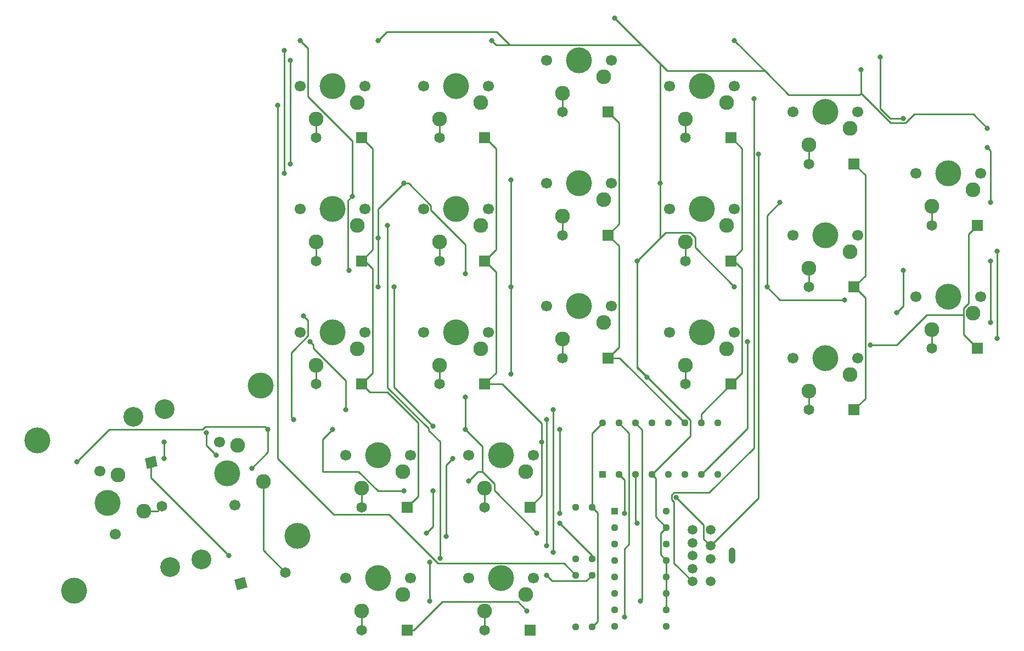
<source format=gbr>
%TF.GenerationSoftware,KiCad,Pcbnew,(5.1.10)-1*%
%TF.CreationDate,2021-08-19T22:55:08-05:00*%
%TF.ProjectId,RightHand,52696768-7448-4616-9e64-2e6b69636164,rev?*%
%TF.SameCoordinates,Original*%
%TF.FileFunction,Copper,L1,Top*%
%TF.FilePolarity,Positive*%
%FSLAX46Y46*%
G04 Gerber Fmt 4.6, Leading zero omitted, Abs format (unit mm)*
G04 Created by KiCad (PCBNEW (5.1.10)-1) date 2021-08-19 22:55:08*
%MOMM*%
%LPD*%
G01*
G04 APERTURE LIST*
%TA.AperFunction,ComponentPad*%
%ADD10C,1.130000*%
%TD*%
%TA.AperFunction,ComponentPad*%
%ADD11R,1.130000X1.130000*%
%TD*%
%TA.AperFunction,ComponentPad*%
%ADD12C,1.500000*%
%TD*%
%TA.AperFunction,ComponentPad*%
%ADD13O,1.000000X2.500000*%
%TD*%
%TA.AperFunction,ComponentPad*%
%ADD14C,4.000000*%
%TD*%
%TA.AperFunction,ComponentPad*%
%ADD15C,1.700000*%
%TD*%
%TA.AperFunction,ComponentPad*%
%ADD16C,2.286000*%
%TD*%
%TA.AperFunction,ComponentPad*%
%ADD17C,1.651000*%
%TD*%
%TA.AperFunction,ComponentPad*%
%ADD18R,1.651000X1.651000*%
%TD*%
%TA.AperFunction,ComponentPad*%
%ADD19C,3.050000*%
%TD*%
%TA.AperFunction,ComponentPad*%
%ADD20C,0.100000*%
%TD*%
%TA.AperFunction,ViaPad*%
%ADD21C,0.800000*%
%TD*%
%TA.AperFunction,Conductor*%
%ADD22C,0.250000*%
%TD*%
G04 APERTURE END LIST*
D10*
%TO.P,UREG1,16*%
%TO.N,VCC*%
X151470000Y-79110000D03*
%TO.P,UREG1,15*%
%TO.N,GND*%
X151470000Y-81650000D03*
%TO.P,UREG1,14*%
%TO.N,VCC*%
X151470000Y-84190000D03*
%TO.P,UREG1,13*%
%TO.N,GND*%
X151470000Y-86730000D03*
%TO.P,UREG1,12*%
X151470000Y-89270000D03*
%TO.P,UREG1,11*%
X151470000Y-91810000D03*
%TO.P,UREG1,10*%
X151470000Y-94350000D03*
%TO.P,UREG1,9*%
%TO.N,RX*%
X151470000Y-96890000D03*
%TO.P,UREG1,8*%
%TO.N,GND*%
X143530000Y-96890000D03*
%TO.P,UREG1,7*%
%TO.N,Net-(UREG1-Pad7)*%
X143530000Y-94350000D03*
%TO.P,UREG1,6*%
%TO.N,C0*%
X143530000Y-91810000D03*
%TO.P,UREG1,5*%
%TO.N,C1*%
X143530000Y-89270000D03*
%TO.P,UREG1,4*%
%TO.N,C2*%
X143530000Y-86730000D03*
%TO.P,UREG1,3*%
%TO.N,C3*%
X143530000Y-84190000D03*
%TO.P,UREG1,2*%
%TO.N,CLK_C*%
X143530000Y-81650000D03*
D11*
%TO.P,UREG1,1*%
%TO.N,SH_LD*%
X143530000Y-79110000D03*
%TD*%
D10*
%TO.P,UDEMUX1,16*%
%TO.N,VCC*%
X141610000Y-65530000D03*
%TO.P,UDEMUX1,15*%
%TO.N,R0*%
X144150000Y-65530000D03*
%TO.P,UDEMUX1,14*%
%TO.N,R1*%
X146690000Y-65530000D03*
%TO.P,UDEMUX1,13*%
%TO.N,R2*%
X149230000Y-65530000D03*
%TO.P,UDEMUX1,12*%
%TO.N,R3*%
X151770000Y-65530000D03*
%TO.P,UDEMUX1,11*%
%TO.N,R4*%
X154310000Y-65530000D03*
%TO.P,UDEMUX1,10*%
%TO.N,R5*%
X156850000Y-65530000D03*
%TO.P,UDEMUX1,9*%
%TO.N,R6*%
X159390000Y-65530000D03*
%TO.P,UDEMUX1,8*%
%TO.N,GND*%
X159390000Y-73470000D03*
%TO.P,UDEMUX1,7*%
%TO.N,R7*%
X156850000Y-73470000D03*
%TO.P,UDEMUX1,6*%
%TO.N,VCC*%
X154310000Y-73470000D03*
%TO.P,UDEMUX1,5*%
%TO.N,GND*%
X151770000Y-73470000D03*
%TO.P,UDEMUX1,4*%
X149230000Y-73470000D03*
%TO.P,UDEMUX1,3*%
%TO.N,S2*%
X146690000Y-73470000D03*
%TO.P,UDEMUX1,2*%
%TO.N,S1*%
X144150000Y-73470000D03*
D11*
%TO.P,UDEMUX1,1*%
%TO.N,S0_DL*%
X141610000Y-73470000D03*
%TD*%
D12*
%TO.P,UD9,7*%
%TO.N,S1*%
X155500000Y-82000000D03*
%TO.P,UD9,4*%
%TO.N,S2*%
X155500000Y-84000000D03*
%TO.P,UD9,5*%
%TO.N,SH_LD*%
X155500000Y-86000000D03*
%TO.P,UD9,8*%
%TO.N,CLK_C*%
X155500000Y-88000000D03*
%TO.P,UD9,9*%
%TO.N,CLK_L*%
X155500000Y-90000000D03*
%TO.P,UD9,6*%
%TO.N,GND*%
X158300000Y-90000000D03*
%TO.P,UD9,3*%
%TO.N,VCC*%
X158300000Y-82000000D03*
%TO.P,UD9,1*%
%TO.N,S0_DL*%
X158300000Y-84500000D03*
%TO.P,UD9,2*%
%TO.N,RX*%
X158300000Y-86500000D03*
D13*
%TO.P,UD9,HOLE*%
%TO.N,N/C*%
X161650000Y-86000000D03*
%TD*%
D10*
%TO.P,R3,2*%
%TO.N,VCC*%
X137500000Y-78500000D03*
%TO.P,R3,1*%
%TO.N,C3*%
X137500000Y-86500000D03*
%TD*%
%TO.P,R2,2*%
%TO.N,VCC*%
X140000000Y-78500000D03*
%TO.P,R2,1*%
%TO.N,C2*%
X140000000Y-86500000D03*
%TD*%
%TO.P,R1,2*%
%TO.N,VCC*%
X140000000Y-97000000D03*
%TO.P,R1,1*%
%TO.N,C1*%
X140000000Y-89000000D03*
%TD*%
%TO.P,R0,2*%
%TO.N,C0*%
X137500000Y-89000000D03*
%TO.P,R0,1*%
%TO.N,VCC*%
X137500000Y-97000000D03*
%TD*%
D14*
%TO.P,KY1,HOLE*%
%TO.N,N/C*%
X100000000Y-13500000D03*
D15*
%TO.P,KY1,POST*%
X95000000Y-13500000D03*
X105000000Y-13500000D03*
D16*
%TO.P,KY1,1*%
%TO.N,C0*%
X103810000Y-16040000D03*
%TO.P,KY1,2*%
%TO.N,Net-(KY1-Pad2)*%
X97460000Y-18580000D03*
D17*
%TO.P,KY1,3*%
X97460000Y-21500000D03*
D18*
%TO.P,KY1,4*%
%TO.N,R2*%
X104460000Y-21500000D03*
%TD*%
D14*
%TO.P,KU1,HOLE*%
%TO.N,N/C*%
X119000000Y-13500000D03*
D15*
%TO.P,KU1,POST*%
X114000000Y-13500000D03*
X124000000Y-13500000D03*
D16*
%TO.P,KU1,1*%
%TO.N,C0*%
X122810000Y-16040000D03*
%TO.P,KU1,2*%
%TO.N,Net-(KU1-Pad2)*%
X116460000Y-18580000D03*
D17*
%TO.P,KU1,3*%
X116460000Y-21500000D03*
D18*
%TO.P,KU1,4*%
%TO.N,R3*%
X123460000Y-21500000D03*
%TD*%
D14*
%TO.P,KTG_D1,HOLE*%
%TO.N,N/C*%
X126000000Y-89500000D03*
D15*
%TO.P,KTG_D1,POST*%
X121000000Y-89500000D03*
X131000000Y-89500000D03*
D16*
%TO.P,KTG_D1,1*%
%TO.N,C3*%
X129810000Y-92040000D03*
%TO.P,KTG_D1,2*%
%TO.N,Net-(KTG_D1-Pad2)*%
X123460000Y-94580000D03*
D17*
%TO.P,KTG_D1,3*%
X123460000Y-97500000D03*
D18*
%TO.P,KTG_D1,4*%
%TO.N,R0*%
X130460000Y-97500000D03*
%TD*%
D14*
%TO.P,KTG_C1,HOLE*%
%TO.N,N/C*%
X107000000Y-89500000D03*
D15*
%TO.P,KTG_C1,POST*%
X102000000Y-89500000D03*
X112000000Y-89500000D03*
D16*
%TO.P,KTG_C1,1*%
%TO.N,C3*%
X110810000Y-92040000D03*
%TO.P,KTG_C1,2*%
%TO.N,Net-(KTG_C1-Pad2)*%
X104460000Y-94580000D03*
D17*
%TO.P,KTG_C1,3*%
X104460000Y-97500000D03*
D18*
%TO.P,KTG_C1,4*%
%TO.N,R1*%
X111460000Y-97500000D03*
%TD*%
D14*
%TO.P,KTG_B1,HOLE*%
%TO.N,N/C*%
X126000000Y-70500000D03*
D15*
%TO.P,KTG_B1,POST*%
X121000000Y-70500000D03*
X131000000Y-70500000D03*
D16*
%TO.P,KTG_B1,1*%
%TO.N,C3*%
X129810000Y-73040000D03*
%TO.P,KTG_B1,2*%
%TO.N,Net-(KTG_B1-Pad2)*%
X123460000Y-75580000D03*
D17*
%TO.P,KTG_B1,3*%
X123460000Y-78500000D03*
D18*
%TO.P,KTG_B1,4*%
%TO.N,R3*%
X130460000Y-78500000D03*
%TD*%
D14*
%TO.P,KTG_A1,HOLE*%
%TO.N,N/C*%
X107000000Y-70500000D03*
D15*
%TO.P,KTG_A1,POST*%
X102000000Y-70500000D03*
X112000000Y-70500000D03*
D16*
%TO.P,KTG_A1,1*%
%TO.N,C3*%
X110810000Y-73040000D03*
%TO.P,KTG_A1,2*%
%TO.N,Net-(KTG_A1-Pad2)*%
X104460000Y-75580000D03*
D17*
%TO.P,KTG_A1,3*%
X104460000Y-78500000D03*
D18*
%TO.P,KTG_A1,4*%
%TO.N,R2*%
X111460000Y-78500000D03*
%TD*%
D14*
%TO.P,KSEMICOLON1,HOLE*%
%TO.N,N/C*%
X176000000Y-36500000D03*
D15*
%TO.P,KSEMICOLON1,POST*%
X171000000Y-36500000D03*
X181000000Y-36500000D03*
D16*
%TO.P,KSEMICOLON1,1*%
%TO.N,C1*%
X179810000Y-39040000D03*
%TO.P,KSEMICOLON1,2*%
%TO.N,Net-(KSEMICOLON1-Pad2)*%
X173460000Y-41580000D03*
D17*
%TO.P,KSEMICOLON1,3*%
X173460000Y-44500000D03*
D18*
%TO.P,KSEMICOLON1,4*%
%TO.N,R6*%
X180460000Y-44500000D03*
%TD*%
D14*
%TO.P,KPERIOD1,HOLE*%
%TO.N,N/C*%
X157000000Y-51500000D03*
D15*
%TO.P,KPERIOD1,POST*%
X152000000Y-51500000D03*
X162000000Y-51500000D03*
D16*
%TO.P,KPERIOD1,1*%
%TO.N,C2*%
X160810000Y-54040000D03*
%TO.P,KPERIOD1,2*%
%TO.N,Net-(KPERIOD1-Pad2)*%
X154460000Y-56580000D03*
D17*
%TO.P,KPERIOD1,3*%
X154460000Y-59500000D03*
D18*
%TO.P,KPERIOD1,4*%
%TO.N,R5*%
X161460000Y-59500000D03*
%TD*%
D14*
%TO.P,KP1,HOLE*%
%TO.N,N/C*%
X176000000Y-17500000D03*
D15*
%TO.P,KP1,POST*%
X171000000Y-17500000D03*
X181000000Y-17500000D03*
D16*
%TO.P,KP1,1*%
%TO.N,C0*%
X179810000Y-20040000D03*
%TO.P,KP1,2*%
%TO.N,Net-(KP1-Pad2)*%
X173460000Y-22580000D03*
D17*
%TO.P,KP1,3*%
X173460000Y-25500000D03*
D18*
%TO.P,KP1,4*%
%TO.N,R6*%
X180460000Y-25500000D03*
%TD*%
D14*
%TO.P,KO1,HOLE*%
%TO.N,N/C*%
X157000000Y-13500000D03*
D15*
%TO.P,KO1,POST*%
X152000000Y-13500000D03*
X162000000Y-13500000D03*
D16*
%TO.P,KO1,1*%
%TO.N,C0*%
X160810000Y-16040000D03*
%TO.P,KO1,2*%
%TO.N,Net-(KO1-Pad2)*%
X154460000Y-18580000D03*
D17*
%TO.P,KO1,3*%
X154460000Y-21500000D03*
D18*
%TO.P,KO1,4*%
%TO.N,R5*%
X161460000Y-21500000D03*
%TD*%
D14*
%TO.P,KN1,HOLE*%
%TO.N,N/C*%
X100000000Y-51500000D03*
D15*
%TO.P,KN1,POST*%
X95000000Y-51500000D03*
X105000000Y-51500000D03*
D16*
%TO.P,KN1,1*%
%TO.N,C2*%
X103810000Y-54040000D03*
%TO.P,KN1,2*%
%TO.N,Net-(KN1-Pad2)*%
X97460000Y-56580000D03*
D17*
%TO.P,KN1,3*%
X97460000Y-59500000D03*
D18*
%TO.P,KN1,4*%
%TO.N,R2*%
X104460000Y-59500000D03*
%TD*%
D14*
%TO.P,KM1,HOLE*%
%TO.N,N/C*%
X119000000Y-51500000D03*
D15*
%TO.P,KM1,POST*%
X114000000Y-51500000D03*
X124000000Y-51500000D03*
D16*
%TO.P,KM1,1*%
%TO.N,C2*%
X122810000Y-54040000D03*
%TO.P,KM1,2*%
%TO.N,Net-(KM1-Pad2)*%
X116460000Y-56580000D03*
D17*
%TO.P,KM1,3*%
X116460000Y-59500000D03*
D18*
%TO.P,KM1,4*%
%TO.N,R3*%
X123460000Y-59500000D03*
%TD*%
D14*
%TO.P,KL1,HOLE*%
%TO.N,N/C*%
X157000000Y-32500000D03*
D15*
%TO.P,KL1,POST*%
X152000000Y-32500000D03*
X162000000Y-32500000D03*
D16*
%TO.P,KL1,1*%
%TO.N,C1*%
X160810000Y-35040000D03*
%TO.P,KL1,2*%
%TO.N,Net-(KL1-Pad2)*%
X154460000Y-37580000D03*
D17*
%TO.P,KL1,3*%
X154460000Y-40500000D03*
D18*
%TO.P,KL1,4*%
%TO.N,R5*%
X161460000Y-40500000D03*
%TD*%
D14*
%TO.P,KK1,HOLE*%
%TO.N,N/C*%
X138000000Y-28500000D03*
D15*
%TO.P,KK1,POST*%
X133000000Y-28500000D03*
X143000000Y-28500000D03*
D16*
%TO.P,KK1,1*%
%TO.N,C1*%
X141810000Y-31040000D03*
%TO.P,KK1,2*%
%TO.N,Net-(KK1-Pad2)*%
X135460000Y-33580000D03*
D17*
%TO.P,KK1,3*%
X135460000Y-36500000D03*
D18*
%TO.P,KK1,4*%
%TO.N,R4*%
X142460000Y-36500000D03*
%TD*%
D14*
%TO.P,KJ1,HOLE*%
%TO.N,N/C*%
X119000000Y-32500000D03*
D15*
%TO.P,KJ1,POST*%
X114000000Y-32500000D03*
X124000000Y-32500000D03*
D16*
%TO.P,KJ1,1*%
%TO.N,C1*%
X122810000Y-35040000D03*
%TO.P,KJ1,2*%
%TO.N,Net-(KJ1-Pad2)*%
X116460000Y-37580000D03*
D17*
%TO.P,KJ1,3*%
X116460000Y-40500000D03*
D18*
%TO.P,KJ1,4*%
%TO.N,R3*%
X123460000Y-40500000D03*
%TD*%
D14*
%TO.P,KI1,HOLE*%
%TO.N,N/C*%
X138000000Y-9500000D03*
D15*
%TO.P,KI1,POST*%
X133000000Y-9500000D03*
X143000000Y-9500000D03*
D16*
%TO.P,KI1,1*%
%TO.N,C0*%
X141810000Y-12040000D03*
%TO.P,KI1,2*%
%TO.N,Net-(KI1-Pad2)*%
X135460000Y-14580000D03*
D17*
%TO.P,KI1,3*%
X135460000Y-17500000D03*
D18*
%TO.P,KI1,4*%
%TO.N,R4*%
X142460000Y-17500000D03*
%TD*%
D14*
%TO.P,KH1,HOLE*%
%TO.N,N/C*%
X100000000Y-32500000D03*
D15*
%TO.P,KH1,POST*%
X95000000Y-32500000D03*
X105000000Y-32500000D03*
D16*
%TO.P,KH1,1*%
%TO.N,C1*%
X103810000Y-35040000D03*
%TO.P,KH1,2*%
%TO.N,Net-(KH1-Pad2)*%
X97460000Y-37580000D03*
D17*
%TO.P,KH1,3*%
X97460000Y-40500000D03*
D18*
%TO.P,KH1,4*%
%TO.N,R2*%
X104460000Y-40500000D03*
%TD*%
D14*
%TO.P,KFSLASH1,HOLE*%
%TO.N,N/C*%
X176000000Y-55500000D03*
D15*
%TO.P,KFSLASH1,POST*%
X171000000Y-55500000D03*
X181000000Y-55500000D03*
D16*
%TO.P,KFSLASH1,1*%
%TO.N,C2*%
X179810000Y-58040000D03*
%TO.P,KFSLASH1,2*%
%TO.N,Net-(KFSLASH1-Pad2)*%
X173460000Y-60580000D03*
D17*
%TO.P,KFSLASH1,3*%
X173460000Y-63500000D03*
D18*
%TO.P,KFSLASH1,4*%
%TO.N,R6*%
X180460000Y-63500000D03*
%TD*%
D14*
%TO.P,KENTER1,HOLE*%
%TO.N,N/C*%
X195000000Y-46000000D03*
D15*
%TO.P,KENTER1,POST*%
X190000000Y-46000000D03*
X200000000Y-46000000D03*
D16*
%TO.P,KENTER1,1*%
%TO.N,C1*%
X198810000Y-48540000D03*
%TO.P,KENTER1,2*%
%TO.N,Net-(KENTER1-Pad2)*%
X192460000Y-51080000D03*
D17*
%TO.P,KENTER1,3*%
X192460000Y-54000000D03*
D18*
%TO.P,KENTER1,4*%
%TO.N,R7*%
X199460000Y-54000000D03*
%TD*%
D14*
%TO.P,KCOMMA1,HOLE*%
%TO.N,N/C*%
X138000000Y-47500000D03*
D15*
%TO.P,KCOMMA1,POST*%
X133000000Y-47500000D03*
X143000000Y-47500000D03*
D16*
%TO.P,KCOMMA1,1*%
%TO.N,C2*%
X141810000Y-50040000D03*
%TO.P,KCOMMA1,2*%
%TO.N,Net-(KCOMMA1-Pad2)*%
X135460000Y-52580000D03*
D17*
%TO.P,KCOMMA1,3*%
X135460000Y-55500000D03*
D18*
%TO.P,KCOMMA1,4*%
%TO.N,R4*%
X142460000Y-55500000D03*
%TD*%
D14*
%TO.P,KBACKSPACE1,HOLE*%
%TO.N,N/C*%
X195000000Y-27000000D03*
D15*
%TO.P,KBACKSPACE1,POST*%
X190000000Y-27000000D03*
X200000000Y-27000000D03*
D16*
%TO.P,KBACKSPACE1,1*%
%TO.N,C0*%
X198810000Y-29540000D03*
%TO.P,KBACKSPACE1,2*%
%TO.N,Net-(KBACKSPACE1-Pad2)*%
X192460000Y-32080000D03*
D17*
%TO.P,KBACKSPACE1,3*%
X192460000Y-35000000D03*
D18*
%TO.P,KBACKSPACE1,4*%
%TO.N,R7*%
X199460000Y-35000000D03*
%TD*%
D14*
%TO.P,KT2_1,HOLE*%
%TO.N,N/C*%
X88896257Y-59753541D03*
X94592436Y-82944228D03*
D19*
X79792350Y-86579478D03*
X74096171Y-63388791D03*
D14*
X83742200Y-73314400D03*
D15*
%TO.P,KT2_1,POST*%
X84934867Y-78170071D03*
X82549533Y-68458729D03*
D16*
%TO.P,KT2_1,1*%
%TO.N,C2*%
X85300069Y-69008503D03*
%TO.P,KT2_1,2*%
%TO.N,Net-(KT2_1-Pad2)*%
X89281437Y-74569331D03*
D17*
%TO.P,KT2_1,3*%
X92730631Y-88611933D03*
%TA.AperFunction,ComponentPad*%
D20*
%TO.P,KT2_1,4*%
%TO.N,R1*%
G36*
X86853581Y-90905512D02*
G01*
X85250238Y-91299331D01*
X84856419Y-89695988D01*
X86459762Y-89302169D01*
X86853581Y-90905512D01*
G37*
%TD.AperFunction*%
%TD*%
D19*
%TO.P,KT2_2,HOLE*%
%TO.N,N/C*%
X74936629Y-87772009D03*
X69240450Y-64581322D03*
D14*
X60136543Y-91407259D03*
X54440364Y-68216572D03*
X65290600Y-77846400D03*
D15*
%TO.P,KT2_2,POST*%
X66483267Y-82702071D03*
X64097933Y-72990729D03*
D16*
%TO.P,KT2_2,1*%
%TO.N,C2*%
X66848469Y-73540503D03*
%TO.P,KT2_2,2*%
%TO.N,Net-(KT2_2-Pad2)*%
X70829837Y-79101331D03*
D17*
%TO.P,KT2_2,3*%
X73665549Y-78404813D03*
%TA.AperFunction,ComponentPad*%
D20*
%TO.P,KT2_2,4*%
%TO.N,R0*%
G36*
X72994396Y-72211635D02*
G01*
X71391053Y-72605454D01*
X70997234Y-71002111D01*
X72600577Y-70608292D01*
X72994396Y-72211635D01*
G37*
%TD.AperFunction*%
%TD*%
D21*
%TO.N,C0*%
X91500000Y-16500000D03*
%TO.N,R7*%
X183000000Y-53500000D03*
X164000000Y-53000000D03*
%TO.N,VCC*%
X184500000Y-9000000D03*
X188000000Y-18500000D03*
X80500000Y-67000000D03*
X82000000Y-70500000D03*
X118500000Y-71000000D03*
X117500000Y-83000000D03*
X103000000Y-30500000D03*
X102500000Y-42000000D03*
X95000000Y-6500000D03*
X115500000Y-66000000D03*
X109500000Y-44500000D03*
%TO.N,GND*%
X201000000Y-20000000D03*
X181500000Y-11000000D03*
X162000000Y-6500000D03*
X143500000Y-3000000D03*
X124500000Y-6500000D03*
X107000000Y-6500000D03*
X150500000Y-28500000D03*
X147000000Y-40500000D03*
X162000000Y-44500000D03*
X167000000Y-44500000D03*
X169000000Y-31500000D03*
X179000000Y-46500000D03*
X187000000Y-48500000D03*
X188000000Y-42000000D03*
X148500000Y-58500000D03*
X127500000Y-58000000D03*
X127500000Y-44500000D03*
X120500000Y-61500000D03*
X120500000Y-66500000D03*
X120500000Y-42500000D03*
X111000000Y-28500000D03*
X107000000Y-44500000D03*
X107000000Y-37000000D03*
X127500000Y-28000000D03*
X131500000Y-82500000D03*
X114500000Y-82500000D03*
X115500000Y-76000000D03*
X121000000Y-74500000D03*
X111000000Y-76000000D03*
X100000000Y-66500000D03*
X90000000Y-66500000D03*
X87500000Y-72500000D03*
X60500000Y-71500000D03*
%TO.N,CLK_L*%
X165000000Y-15500000D03*
%TO.N,S0_DL*%
X153000000Y-77000000D03*
X201000000Y-23000000D03*
X201500000Y-31500000D03*
X165725000Y-24000000D03*
%TO.N,C2*%
X135000000Y-81000000D03*
%TO.N,C1*%
X133000000Y-89000000D03*
X116549154Y-86449999D03*
X108460000Y-35040000D03*
%TO.N,Net-(KENTER1-Pad6)*%
X201500000Y-50000000D03*
X201500000Y-40500000D03*
%TO.N,Net-(KENTER1-Pad7)*%
X202500000Y-52500000D03*
X202500000Y-39000000D03*
%TO.N,Net-(KH1-Pad10)*%
X93500000Y-9500000D03*
X93500000Y-25500000D03*
%TO.N,Net-(KH1-Pad9)*%
X92500000Y-8000000D03*
X92500000Y-27000000D03*
%TO.N,R2*%
X135000000Y-79500000D03*
X135000000Y-66500000D03*
%TO.N,R3*%
X132275000Y-68500000D03*
%TO.N,Net-(KN1-Pad7)*%
X102000000Y-63500000D03*
X96500000Y-53000000D03*
%TO.N,Net-(KN1-Pad6)*%
X95500000Y-49000000D03*
X94000000Y-65000000D03*
%TO.N,Net-(KT2_1-Pad6)*%
X74000000Y-71000000D03*
X74000000Y-68500000D03*
%TO.N,R1*%
X147500000Y-93000000D03*
X130000000Y-94500000D03*
%TO.N,R0*%
X84000000Y-86000000D03*
X115000000Y-87000000D03*
X115000000Y-93000000D03*
X145000000Y-95500000D03*
%TO.N,Net-(KTG_B1-Pad7)*%
X134000000Y-63500000D03*
X134000000Y-85500000D03*
%TO.N,Net-(KTG_B1-Pad6)*%
X133000000Y-65000000D03*
X133000000Y-84500000D03*
%TO.N,S2*%
X147000000Y-81000000D03*
%TO.N,S1*%
X145000000Y-79500000D03*
%TD*%
D22*
%TO.N,C0*%
X108723503Y-79650501D02*
X100150501Y-79650501D01*
X116248001Y-87174999D02*
X108723503Y-79650501D01*
X135674999Y-87174999D02*
X116248001Y-87174999D01*
X137500000Y-89000000D02*
X135674999Y-87174999D01*
X91500000Y-71000000D02*
X91500000Y-16500000D01*
X100150501Y-79650501D02*
X91500000Y-71000000D01*
%TO.N,Net-(KBACKSPACE1-Pad2)*%
X192460000Y-32080000D02*
X192460000Y-35000000D01*
%TO.N,R7*%
X197341999Y-51881999D02*
X199460000Y-54000000D01*
X198105359Y-47071999D02*
X197341999Y-47835359D01*
X198105359Y-36354641D02*
X198105359Y-47071999D01*
X199460000Y-35000000D02*
X198105359Y-36354641D01*
X187005012Y-53500000D02*
X183000000Y-53500000D01*
X191663013Y-48841999D02*
X187005012Y-53500000D01*
X197341999Y-48841999D02*
X191663013Y-48841999D01*
X197341999Y-47835359D02*
X197341999Y-48841999D01*
X197341999Y-48841999D02*
X197341999Y-51881999D01*
X164000000Y-66320000D02*
X156850000Y-73470000D01*
X164000000Y-53000000D02*
X164000000Y-66320000D01*
%TO.N,VCC*%
X140890001Y-79390001D02*
X140000000Y-78500000D01*
X140890001Y-96109999D02*
X140890001Y-79390001D01*
X140000000Y-97000000D02*
X140890001Y-96109999D01*
X140000000Y-67140000D02*
X141610000Y-65530000D01*
X140000000Y-78500000D02*
X140000000Y-67140000D01*
X186005012Y-18500000D02*
X188000000Y-18500000D01*
X184500000Y-16994988D02*
X186005012Y-18500000D01*
X184500000Y-9000000D02*
X184500000Y-16994988D01*
X80500000Y-69000000D02*
X82000000Y-70500000D01*
X80500000Y-67000000D02*
X80500000Y-69000000D01*
X117500000Y-72000000D02*
X117500000Y-83000000D01*
X118500000Y-71000000D02*
X117500000Y-72000000D01*
X102341999Y-41841999D02*
X102500000Y-42000000D01*
X102341999Y-31158001D02*
X102341999Y-41841999D01*
X103000000Y-30500000D02*
X102341999Y-31158001D01*
X109500000Y-60000000D02*
X109500000Y-44500000D01*
X115500000Y-66000000D02*
X109500000Y-60000000D01*
X103000000Y-21947358D02*
X103000000Y-30500000D01*
X96175001Y-15122359D02*
X103000000Y-21947358D01*
X96175001Y-7675001D02*
X96175001Y-15122359D01*
X95000000Y-6500000D02*
X96175001Y-7675001D01*
%TO.N,GND*%
X151470000Y-86730000D02*
X151470000Y-89270000D01*
X151470000Y-89270000D02*
X151470000Y-91810000D01*
X151470000Y-91810000D02*
X151470000Y-94350000D01*
X151470000Y-81650000D02*
X149820000Y-80000000D01*
X149820000Y-74060000D02*
X149230000Y-73470000D01*
X149820000Y-80000000D02*
X149820000Y-74060000D01*
X181500000Y-14631398D02*
X181500000Y-11000000D01*
X186093603Y-19225001D02*
X181500000Y-14631398D01*
X188348001Y-19225001D02*
X186093603Y-19225001D01*
X189722992Y-17850010D02*
X188348001Y-19225001D01*
X198850010Y-17850010D02*
X189722992Y-17850010D01*
X201000000Y-20000000D02*
X198850010Y-17850010D01*
X181281388Y-14850010D02*
X170350010Y-14850010D01*
X181500000Y-14631398D02*
X181281388Y-14850010D01*
X166674999Y-11174999D02*
X151674999Y-11174999D01*
X167000000Y-11500000D02*
X166674999Y-11174999D01*
X170350010Y-14850010D02*
X167000000Y-11500000D01*
X167000000Y-11500000D02*
X162000000Y-6500000D01*
X125174999Y-7174999D02*
X124500000Y-6500000D01*
X148500000Y-8000000D02*
X147674999Y-7174999D01*
X148500000Y-8000000D02*
X143500000Y-3000000D01*
X108350010Y-5149990D02*
X107000000Y-6500000D01*
X125299992Y-5149990D02*
X108350010Y-5149990D01*
X127325001Y-7174999D02*
X125299992Y-5149990D01*
X147674999Y-7174999D02*
X127325001Y-7174999D01*
X127325001Y-7174999D02*
X125174999Y-7174999D01*
X150500000Y-10000000D02*
X150500000Y-28500000D01*
X151674999Y-11174999D02*
X150500000Y-10000000D01*
X150500000Y-10000000D02*
X148500000Y-8000000D01*
X150500000Y-37000000D02*
X147000000Y-40500000D01*
X150500000Y-28500000D02*
X150500000Y-37000000D01*
X155200001Y-67499999D02*
X149230000Y-73470000D01*
X155200001Y-65102799D02*
X155200001Y-67499999D01*
X147000000Y-56902798D02*
X155200001Y-65102799D01*
X147000000Y-40500000D02*
X147000000Y-56902798D01*
X155928001Y-38428001D02*
X162000000Y-44500000D01*
X155928001Y-36875359D02*
X155928001Y-38428001D01*
X155164641Y-36111999D02*
X155928001Y-36875359D01*
X151388001Y-36111999D02*
X155164641Y-36111999D01*
X150500000Y-37000000D02*
X151388001Y-36111999D01*
X167000000Y-33500000D02*
X169000000Y-31500000D01*
X167000000Y-44500000D02*
X167000000Y-33500000D01*
X169000000Y-46500000D02*
X179000000Y-46500000D01*
X167000000Y-44500000D02*
X169000000Y-46500000D01*
X188000000Y-47500000D02*
X188000000Y-42000000D01*
X187000000Y-48500000D02*
X188000000Y-47500000D01*
X147000000Y-57000000D02*
X148500000Y-58500000D01*
X147000000Y-56902798D02*
X147000000Y-57000000D01*
X127500000Y-58000000D02*
X127500000Y-44500000D01*
X120500000Y-61500000D02*
X120500000Y-66500000D01*
X111739002Y-28500000D02*
X111000000Y-28500000D01*
X115175001Y-32675001D02*
X115175001Y-31935999D01*
X120500000Y-38000000D02*
X115175001Y-32675001D01*
X115175001Y-31935999D02*
X111739002Y-28500000D01*
X120500000Y-42500000D02*
X120500000Y-38000000D01*
X111000000Y-28500000D02*
X107000000Y-32500000D01*
X107000000Y-37000000D02*
X107000000Y-44500000D01*
X107000000Y-32500000D02*
X107000000Y-37000000D01*
X127500000Y-28000000D02*
X127500000Y-44500000D01*
X124928001Y-75928001D02*
X131500000Y-82500000D01*
X124928001Y-74875359D02*
X124928001Y-75928001D01*
X123111999Y-73059357D02*
X124928001Y-74875359D01*
X123111999Y-69111999D02*
X123111999Y-73059357D01*
X120500000Y-66500000D02*
X123111999Y-69111999D01*
X115500000Y-81500000D02*
X115500000Y-76000000D01*
X114500000Y-82500000D02*
X115500000Y-81500000D01*
X122440643Y-73059357D02*
X123111999Y-73059357D01*
X121000000Y-74500000D02*
X122440643Y-73059357D01*
X107000000Y-76000000D02*
X104000000Y-73000000D01*
X111000000Y-76000000D02*
X107000000Y-76000000D01*
X104000000Y-73000000D02*
X102760998Y-73000000D01*
X102760998Y-73000000D02*
X98500000Y-73000000D01*
X98500000Y-68000000D02*
X100000000Y-66500000D01*
X98500000Y-73000000D02*
X98500000Y-68000000D01*
X90000000Y-70000000D02*
X87500000Y-72500000D01*
X90000000Y-66500000D02*
X90000000Y-70000000D01*
X65500000Y-66500000D02*
X60500000Y-71500000D01*
X80326997Y-66100001D02*
X79926998Y-66500000D01*
X79926998Y-66500000D02*
X65500000Y-66500000D01*
X89600001Y-66100001D02*
X80326997Y-66100001D01*
X90000000Y-66500000D02*
X89600001Y-66100001D01*
X150579999Y-85839999D02*
X151470000Y-86730000D01*
X150579999Y-82540001D02*
X150579999Y-85839999D01*
X151470000Y-81650000D02*
X150579999Y-82540001D01*
%TO.N,CLK_L*%
X152651999Y-76274999D02*
X158088591Y-76274999D01*
X165000000Y-69363590D02*
X165000000Y-15500000D01*
X152274999Y-76651999D02*
X152651999Y-76274999D01*
X158088591Y-76274999D02*
X165000000Y-69363590D01*
X152274999Y-77348001D02*
X152274999Y-76651999D01*
X152651999Y-77725001D02*
X152274999Y-77348001D01*
X152651999Y-87151999D02*
X152651999Y-77725001D01*
X155500000Y-90000000D02*
X152651999Y-87151999D01*
%TO.N,S0_DL*%
X157224999Y-83424999D02*
X158300000Y-84500000D01*
X157224999Y-81224999D02*
X157224999Y-83424999D01*
X153000000Y-77000000D02*
X157224999Y-81224999D01*
X201500000Y-23500000D02*
X201500000Y-31500000D01*
X201000000Y-23000000D02*
X201500000Y-23500000D01*
X165725000Y-77075000D02*
X158300000Y-84500000D01*
X165725000Y-24000000D02*
X165725000Y-77075000D01*
%TO.N,R4*%
X142460000Y-17500000D02*
X142500000Y-17500000D01*
X144175001Y-34784999D02*
X142460000Y-36500000D01*
X144175001Y-19175001D02*
X144175001Y-34784999D01*
X142500000Y-17500000D02*
X144175001Y-19175001D01*
X142460000Y-36500000D02*
X142500000Y-36500000D01*
X144175001Y-53784999D02*
X142460000Y-55500000D01*
X144175001Y-38175001D02*
X144175001Y-53784999D01*
X142500000Y-36500000D02*
X144175001Y-38175001D01*
X144280000Y-55500000D02*
X142460000Y-55500000D01*
X154310000Y-65530000D02*
X144280000Y-55500000D01*
%TO.N,Net-(KCOMMA1-Pad2)*%
X135460000Y-52580000D02*
X135460000Y-55500000D01*
%TO.N,C2*%
X140000000Y-86000000D02*
X140000000Y-86500000D01*
X135000000Y-81000000D02*
X140000000Y-86000000D01*
%TO.N,C1*%
X133890001Y-89890001D02*
X133000000Y-89000000D01*
X139109999Y-89890001D02*
X133890001Y-89890001D01*
X140000000Y-89000000D02*
X139109999Y-89890001D01*
X116549154Y-86449999D02*
X116549154Y-68417756D01*
X114774999Y-66354999D02*
X108460000Y-60040000D01*
X114774999Y-66643601D02*
X114774999Y-66354999D01*
X108460000Y-60040000D02*
X108460000Y-35040000D01*
X116549154Y-68417756D02*
X114774999Y-66643601D01*
%TO.N,Net-(KENTER1-Pad2)*%
X192460000Y-51080000D02*
X192460000Y-54000000D01*
%TO.N,Net-(KENTER1-Pad6)*%
X201500000Y-50000000D02*
X201500000Y-40500000D01*
%TO.N,Net-(KENTER1-Pad7)*%
X202500000Y-52500000D02*
X202500000Y-39000000D01*
%TO.N,R6*%
X182175001Y-42784999D02*
X180460000Y-44500000D01*
X182175001Y-27215001D02*
X182175001Y-42784999D01*
X180460000Y-25500000D02*
X182175001Y-27215001D01*
X180460000Y-44500000D02*
X180500000Y-44500000D01*
X182175001Y-61784999D02*
X180460000Y-63500000D01*
X182175001Y-46175001D02*
X182175001Y-61784999D01*
X180500000Y-44500000D02*
X182175001Y-46175001D01*
%TO.N,Net-(KFSLASH1-Pad2)*%
X173460000Y-60580000D02*
X173460000Y-63500000D01*
%TO.N,Net-(KH1-Pad10)*%
X93500000Y-9500000D02*
X93500000Y-25500000D01*
%TO.N,Net-(KH1-Pad9)*%
X92500000Y-8000000D02*
X92500000Y-27000000D01*
%TO.N,R2*%
X104460000Y-21500000D02*
X104500000Y-21500000D01*
X106175001Y-38784999D02*
X104460000Y-40500000D01*
X106175001Y-23175001D02*
X106175001Y-38784999D01*
X104500000Y-21500000D02*
X106175001Y-23175001D01*
X104460000Y-40500000D02*
X105000000Y-40500000D01*
X106175001Y-57784999D02*
X104460000Y-59500000D01*
X106175001Y-41675001D02*
X106175001Y-57784999D01*
X105000000Y-40500000D02*
X106175001Y-41675001D01*
X135000000Y-79500000D02*
X135000000Y-66500000D01*
X108448600Y-60778612D02*
X105738612Y-60778612D01*
X113175001Y-65505013D02*
X108448600Y-60778612D01*
X113175001Y-76824999D02*
X113175001Y-65505013D01*
X105738612Y-60778612D02*
X104460000Y-59500000D01*
X112318001Y-77681999D02*
X113175001Y-76824999D01*
X112278001Y-77681999D02*
X112318001Y-77681999D01*
X111460000Y-78500000D02*
X112278001Y-77681999D01*
%TO.N,Net-(KH1-Pad2)*%
X97460000Y-37580000D02*
X97460000Y-40500000D01*
%TO.N,Net-(KI1-Pad2)*%
X135460000Y-14580000D02*
X135460000Y-17500000D01*
%TO.N,Net-(KJ1-Pad2)*%
X116460000Y-37580000D02*
X116460000Y-40500000D01*
%TO.N,R3*%
X123460000Y-21500000D02*
X123500000Y-21500000D01*
X125175001Y-38784999D02*
X123460000Y-40500000D01*
X125175001Y-23175001D02*
X125175001Y-38784999D01*
X123500000Y-21500000D02*
X125175001Y-23175001D01*
X123460000Y-40500000D02*
X123500000Y-40500000D01*
X125175001Y-57784999D02*
X123460000Y-59500000D01*
X125175001Y-42175001D02*
X125175001Y-57784999D01*
X123500000Y-40500000D02*
X125175001Y-42175001D01*
X132274999Y-76685001D02*
X132274999Y-68500001D01*
X132274999Y-68500001D02*
X132275000Y-68500000D01*
X130460000Y-78500000D02*
X132274999Y-76685001D01*
X126169988Y-59500000D02*
X123460000Y-59500000D01*
X132275000Y-65605012D02*
X126169988Y-59500000D01*
X132275000Y-68500000D02*
X132275000Y-65605012D01*
%TO.N,Net-(KK1-Pad2)*%
X135460000Y-33580000D02*
X135460000Y-36500000D01*
%TO.N,Net-(KL1-Pad2)*%
X154460000Y-37580000D02*
X154460000Y-40500000D01*
%TO.N,Net-(KM1-Pad2)*%
X116460000Y-56580000D02*
X116460000Y-59500000D01*
%TO.N,Net-(KN1-Pad7)*%
X102000000Y-58947358D02*
X102000000Y-63500000D01*
X97000000Y-53947358D02*
X102000000Y-58947358D01*
X97000000Y-53500000D02*
X97000000Y-53947358D01*
X96500000Y-53000000D02*
X97000000Y-53500000D01*
%TO.N,Net-(KN1-Pad6)*%
X96175001Y-49675001D02*
X96175001Y-52064001D01*
X95500000Y-49000000D02*
X96175001Y-49675001D01*
X93600001Y-54639001D02*
X94119501Y-54119501D01*
X93600001Y-64600001D02*
X93600001Y-54639001D01*
X94119501Y-54119501D02*
X94000000Y-54239002D01*
X94000000Y-65000000D02*
X93600001Y-64600001D01*
X96175001Y-52064001D02*
X94119501Y-54119501D01*
%TO.N,Net-(KN1-Pad2)*%
X97460000Y-56580000D02*
X97460000Y-59500000D01*
%TO.N,Net-(KO1-Pad2)*%
X154460000Y-18580000D02*
X154460000Y-21500000D01*
%TO.N,Net-(KP1-Pad2)*%
X173460000Y-22580000D02*
X173460000Y-25500000D01*
%TO.N,Net-(KPERIOD1-Pad2)*%
X154460000Y-56580000D02*
X154460000Y-59500000D01*
%TO.N,R5*%
X163175001Y-38784999D02*
X161460000Y-40500000D01*
X163175001Y-23175001D02*
X163175001Y-38784999D01*
X161500000Y-21500000D02*
X163175001Y-23175001D01*
X161460000Y-21500000D02*
X161500000Y-21500000D01*
X161460000Y-21500000D02*
X162000000Y-21500000D01*
X161460000Y-40500000D02*
X162000000Y-40500000D01*
X163175001Y-57784999D02*
X161460000Y-59500000D01*
X163175001Y-41675001D02*
X163175001Y-57784999D01*
X162000000Y-40500000D02*
X163175001Y-41675001D01*
X156850000Y-64110000D02*
X161460000Y-59500000D01*
X156850000Y-65530000D02*
X156850000Y-64110000D01*
%TO.N,Net-(KSEMICOLON1-Pad2)*%
X173460000Y-41580000D02*
X173460000Y-44500000D01*
%TO.N,Net-(KT2_1-Pad6)*%
X74000000Y-71000000D02*
X74000000Y-68500000D01*
%TO.N,R1*%
X147725001Y-92774999D02*
X147500000Y-93000000D01*
X147725001Y-66565001D02*
X147725001Y-92774999D01*
X146690000Y-65530000D02*
X147725001Y-66565001D01*
X112535500Y-97500000D02*
X111460000Y-97500000D01*
X116923501Y-93111999D02*
X112535500Y-97500000D01*
X128611999Y-93111999D02*
X116923501Y-93111999D01*
X130000000Y-94500000D02*
X128611999Y-93111999D01*
%TO.N,Net-(KT2_1-Pad2)*%
X89281437Y-85162739D02*
X92730631Y-88611933D01*
X89281437Y-74569331D02*
X89281437Y-85162739D01*
%TO.N,R0*%
X71995815Y-73995815D02*
X84000000Y-86000000D01*
X71995815Y-71606873D02*
X71995815Y-73995815D01*
X115000000Y-87000000D02*
X115000000Y-93000000D01*
X145725001Y-67105001D02*
X145725001Y-84225001D01*
X144150000Y-65530000D02*
X145725001Y-67105001D01*
X145000000Y-84950002D02*
X145000000Y-95500000D01*
X145725001Y-84225001D02*
X145000000Y-84950002D01*
%TO.N,Net-(KT2_2-Pad2)*%
X72969031Y-79101331D02*
X73665549Y-78404813D01*
X70829837Y-79101331D02*
X72969031Y-79101331D01*
%TO.N,Net-(KTG_A1-Pad2)*%
X104460000Y-75580000D02*
X104460000Y-78500000D01*
%TO.N,Net-(KTG_B1-Pad7)*%
X134000000Y-63500000D02*
X134000000Y-81000000D01*
X134000000Y-81000000D02*
X134000000Y-85500000D01*
%TO.N,Net-(KTG_B1-Pad6)*%
X133000000Y-65000000D02*
X133000000Y-84500000D01*
%TO.N,Net-(KTG_B1-Pad2)*%
X123460000Y-75580000D02*
X123460000Y-78500000D01*
%TO.N,Net-(KTG_C1-Pad2)*%
X104460000Y-94580000D02*
X104460000Y-97500000D01*
%TO.N,Net-(KTG_D1-Pad2)*%
X123460000Y-94580000D02*
X123460000Y-97500000D01*
%TO.N,Net-(KU1-Pad2)*%
X116460000Y-18580000D02*
X116460000Y-21500000D01*
%TO.N,Net-(KY1-Pad2)*%
X97460000Y-18580000D02*
X97460000Y-21500000D01*
%TO.N,S2*%
X146690000Y-80690000D02*
X147000000Y-81000000D01*
X146690000Y-73470000D02*
X146690000Y-80690000D01*
%TO.N,S1*%
X145000000Y-74320000D02*
X145000000Y-79500000D01*
X144150000Y-73470000D02*
X145000000Y-74320000D01*
%TD*%
M02*

</source>
